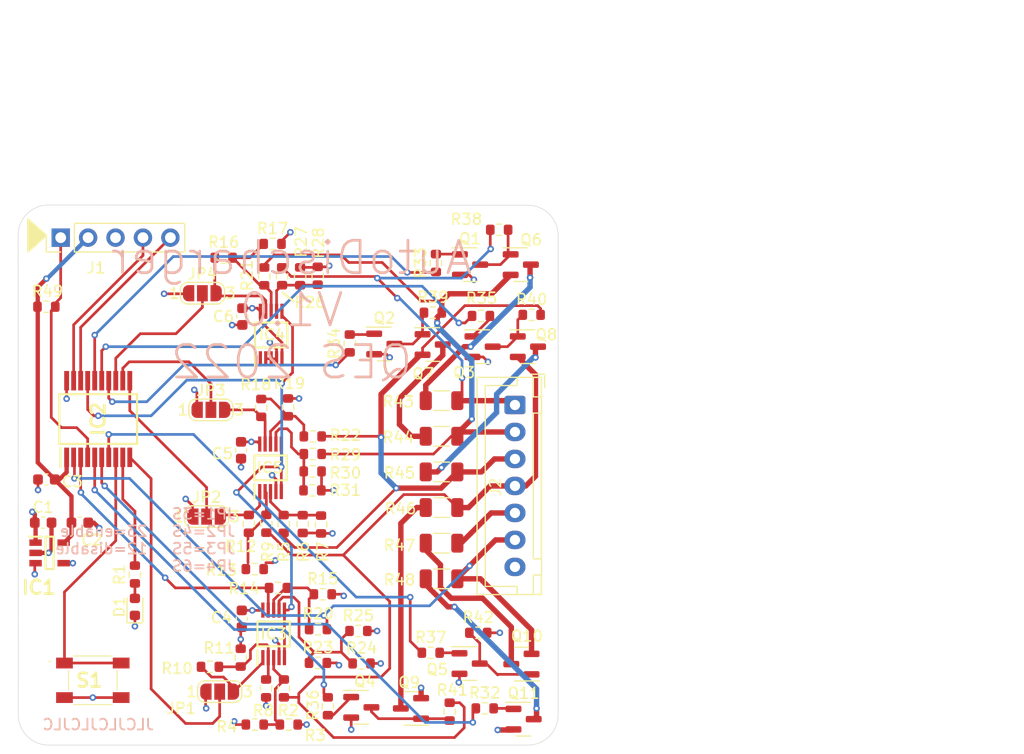
<source format=kicad_pcb>
(kicad_pcb (version 20211014) (generator pcbnew)
  (layers (0 "F.Cu" signal) (1 "In1.Cu" signal) (2 "In2.Cu" signal) (31 "B.Cu" signal) (36 "B.SilkS" user "B.Silkscreen") (37 "F.SilkS" user "F.Silkscreen") (38 "B.Mask" user) (39 "F.Mask" user) (44 "Edge.Cuts" user))
  (net 0 "")
  (net 1 "+8V")
  (net 2 "GND")
  (net 3 "+5V")
  (net 4 "Net-(D1-Pad2)")
  (net 5 "/Discharge Control/VC1")
  (net 6 "/Voltage Sense/V_SENSE2")
  (net 7 "VPP")
  (net 8 "/Discharge Control/C6")
  (net 9 "/Discharge Control/C5")
  (net 10 "/Discharge Control/C4")
  (net 11 "Net-(IC2-Pad8)")
  (net 12 "Net-(IC2-Pad9)")
  (net 13 "/Voltage Sense/V_SENSE3")
  (net 14 "/Voltage Sense/V_SENSE4")
  (net 15 "/Voltage Sense/V_SENSE5")
  (net 16 "/Voltage Sense/V_SENSE6")
  (net 17 "/Discharge Control/C3")
  (net 18 "/Discharge Control/C2")
  (net 19 "/Discharge Control/C1")
  (net 20 "/Voltage Sense/SHDN")
  (net 21 "Net-(IC2-Pad18)")
  (net 22 "Net-(IC2-Pad19)")
  (net 23 "Net-(IC3-Pad1)")
  (net 24 "Net-(IC3-Pad2)")
  (net 25 "Net-(IC3-Pad3)")
  (net 26 "Net-(IC3-Pad7)")
  (net 27 "Net-(IC3-Pad8)")
  (net 29 "Net-(IC4-Pad7)")
  (net 30 "Net-(IC4-Pad8)")
  (net 31 "Net-(IC4-Pad9)")
  (net 32 "Net-(IC5-Pad1)")
  (net 33 "Net-(IC5-Pad2)")
  (net 34 "Net-(IC5-Pad3)")
  (net 35 "Net-(IC5-Pad7)")
  (net 36 "Net-(IC5-Pad8)")
  (net 37 "Net-(IC5-Pad9)")
  (net 38 "/Discharge Control/VC6")
  (net 39 "/Discharge Control/VC5")
  (net 40 "/Discharge Control/VC4")
  (net 41 "/Discharge Control/VC3")
  (net 42 "Net-(Q1-Pad1)")
  (net 43 "Net-(Q1-Pad3)")
  (net 44 "Net-(Q2-Pad1)")
  (net 45 "Net-(Q2-Pad3)")
  (net 46 "Net-(Q3-Pad1)")
  (net 47 "Net-(Q3-Pad3)")
  (net 48 "Net-(Q4-Pad1)")
  (net 49 "Net-(Q4-Pad3)")
  (net 50 "Net-(Q5-Pad1)")
  (net 51 "Net-(Q10-Pad1)")
  (net 52 "Net-(Q6-Pad3)")
  (net 53 "Net-(Q7-Pad3)")
  (net 54 "Net-(Q8-Pad3)")
  (net 55 "Net-(Q9-Pad3)")
  (net 56 "Net-(Q10-Pad3)")
  (net 57 "Net-(Q11-Pad1)")
  (net 58 "Net-(Q11-Pad3)")
  (footprint "Package_TO_SOT_SMD:SOT-23" (layer "F.Cu") (at 154.2 99.1)
    (fp_text reference "Q8")
    (fp_text value "2N7002_HAMR")
  )
  (footprint "Jumper:SolderJumper-3_P1.3mm_Open_RoundedPad1.0x1.5mm_NumberLabels" (layer "F.Cu") (at 125.65 131.05)
    (fp_text reference "JP1")
    (fp_text value "SolderJumper_3_Open")
  )
  (footprint "Resistor_SMD:R_0603_1608Metric" (layer "F.Cu") (at 133.1 92.58 90)
    (fp_text reference "R27")
    (fp_text value "10M")
  )
  (footprint "Capacitor_SMD:C_0603_1608Metric" (layer "F.Cu") (at 127.7 124.3 -90)
    (fp_text reference "C4")
    (fp_text value "100nF")
  )
  (footprint "Package_TO_SOT_SMD:SOT-23" (layer "F.Cu") (at 140.8975 98.85)
    (fp_text reference "Q2")
    (fp_text value "2N7002_HAMR")
  )
  (footprint "Resistor_SMD:R_1206_3216Metric" (layer "F.Cu") (at 146.2 120.6)
    (fp_text reference "R48")
    (fp_text value "120R")
  )
  (footprint "Package_TO_SOT_SMD:SOT-23" (layer "F.Cu") (at 145.3775 98.9)
    (fp_text reference "Q7")
    (fp_text value "2N7002_HAMR")
  )
  (footprint "Resistor_SMD:R_0603_1608Metric" (layer "F.Cu") (at 133.34 115.53 -90)
    (fp_text reference "R6")
    (fp_text value "10M")
  )
  (footprint "Jumper:SolderJumper-3_P1.3mm_Open_RoundedPad1.0x1.5mm_NumberLabels" (layer "F.Cu") (at 124.44 114.84)
    (fp_text reference "JP2")
    (fp_text value "SolderJumper_3_Open")
  )
  (footprint "Resistor_SMD:R_0603_1608Metric" (layer "F.Cu") (at 131.43 92.58 90)
    (fp_text reference "R26")
    (fp_text value "10M")
  )
  (footprint "Resistor_SMD:R_0603_1608Metric" (layer "F.Cu") (at 117.8 120.2 90)
    (fp_text reference "R1")
    (fp_text value "1K")
  )
  (footprint "Resistor_SMD:R_0603_1608Metric" (layer "F.Cu") (at 134.76 125.27)
    (fp_text reference "R20")
    (fp_text value "10M")
  )
  (footprint "Resistor_SMD:R_0603_1608Metric" (layer "F.Cu") (at 145.68 91.35 90)
    (fp_text reference "R33")
    (fp_text value "1K")
  )
  (footprint "Resistor_SMD:R_0603_1608Metric" (layer "F.Cu") (at 128.9 134.1 180)
    (fp_text reference "R4")
    (fp_text value "1M")
  )
  (footprint "Resistor_SMD:R_0603_1608Metric" (layer "F.Cu") (at 146.95 132.9 90)
    (fp_text reference "R41")
    (fp_text value "10M")
  )
  (footprint "Resistor_SMD:R_0603_1608Metric" (layer "F.Cu") (at 149.85 96.25)
    (fp_text reference "R35")
    (fp_text value "1K")
  )
  (footprint "Capacitor_SMD:C_0603_1608Metric" (layer "F.Cu") (at 109.3 115.4)
    (fp_text reference "C1")
    (fp_text value "1 uF")
  )
  (footprint "Resistor_SMD:R_0603_1608Metric" (layer "F.Cu") (at 135.04 115.57 -90)
    (fp_text reference "R7")
    (fp_text value "1M")
  )
  (footprint "Resistor_SMD:R_0603_1608Metric" (layer "F.Cu") (at 128.35 115.51 -90)
    (fp_text reference "R12")
    (fp_text value "10M")
  )
  (footprint "Resistor_SMD:R_0603_1608Metric" (layer "F.Cu") (at 109.6 95.4)
    (fp_text reference "R49")
    (fp_text value "10K")
  )
  (footprint "Resistor_SMD:R_0603_1608Metric" (layer "F.Cu") (at 131.05 121.44)
    (fp_text reference "R14")
    (fp_text value "10M")
  )
  (footprint "Resistor_SMD:R_0603_1608Metric" (layer "F.Cu") (at 135.67 132.405 -90)
    (fp_text reference "R36")
    (fp_text value "1K")
  )
  (footprint "Resistor_SMD:R_0603_1608Metric" (layer "F.Cu") (at 138.5 125.43)
    (fp_text reference "R25")
    (fp_text value "1M")
  )
  (footprint "Resistor_SMD:R_1206_3216Metric" (layer "F.Cu") (at 146.2 107.4)
    (fp_text reference "R44")
    (fp_text value "120R")
  )
  (footprint "Resistor_SMD:R_0603_1608Metric" (layer "F.Cu") (at 129.95 130.75 -90)
    (fp_text reference "R8")
    (fp_text value "10M")
  )
  (footprint "Resistor_SMD:R_0603_1608Metric" (layer "F.Cu") (at 127.6 127.9 90)
    (fp_text reference "R11")
    (fp_text value "1M")
  )
  (footprint "Resistor_SMD:R_0603_1608Metric" (layer "F.Cu") (at 131.98 104.72 90)
    (fp_text reference "R19")
    (fp_text value "1M")
  )
  (footprint "Resistor_SMD:R_0603_1608Metric" (layer "F.Cu") (at 145.3975 95.95)
    (fp_text reference "R39")
    (fp_text value "10M")
  )
  (footprint "Package_TO_SOT_SMD:SOT-23" (layer "F.Cu") (at 150 99.1)
    (fp_text reference "Q3")
    (fp_text value "2N7002_HAMR")
  )
  (footprint "Resistor_SMD:R_1206_3216Metric" (layer "F.Cu") (at 146.2 114)
    (fp_text reference "R46")
    (fp_text value "120R")
  )
  (footprint "Resistor_SMD:R_0603_1608Metric" (layer "F.Cu") (at 134.27 109.04)
    (fp_text reference "R29")
    (fp_text value "10M")
  )
  (footprint "SamacSys_Parts:SOT95P285X140-5N" (layer "F.Cu") (at 109.9 118.2)
    (fp_text reference "IC1")
    (fp_text value "AP7375-50W5-7" hide)
  )
  (footprint "Resistor_SMD:R_0603_1608Metric" (layer "F.Cu") (at 151.54 88.27 180)
    (fp_text reference "R38")
    (fp_text value "10M")
  )
  (footprint "Resistor_SMD:R_0603_1608Metric" (layer "F.Cu") (at 128.9 119.7)
    (fp_text reference "R13")
    (fp_text value "1M")
  )
  (footprint "Resistor_SMD:R_0603_1608Metric" (layer "F.Cu") (at 131.58 115.52 -90)
    (fp_text reference "R5")
    (fp_text value "10M")
  )
  (footprint "Jumper:SolderJumper-3_P1.3mm_Open_RoundedPad1.0x1.5mm_NumberLabels" (layer "F.Cu") (at 124.84 104.95)
    (fp_text reference "JP3")
    (fp_text value "SolderJumper_3_Open")
  )
  (footprint "Jumper:SolderJumper-3_P1.3mm_Open_RoundedPad1.0x1.5mm_NumberLabels" (layer "F.Cu") (at 124.05 94.15)
    (fp_text reference "JP4")
    (fp_text value "SolderJumper_3_Open")
  )
  (footprint "SamacSys_Parts:SOP50P490X110-10N" (layer "F.Cu") (at 130.65 125.7 90)
    (fp_text reference "IC3")
    (fp_text value "TLV9102SIDGSR" hide)
  )
  (footprint "Package_TO_SOT_SMD:SOT-23" (layer "F.Cu") (at 148.8 128.45)
    (fp_text reference "Q5")
    (fp_text value "2N7002_HAMR")
  )
  (footprint "SamacSys_Parts:SOP50P490X110-10N" (layer "F.Cu") (at 130.42 98.02 90)
    (fp_text reference "IC4")
    (fp_text value "TLV9102SIDGSR" hide)
  )
  (footprint "Resistor_SMD:R_0603_1608Metric" (layer "F.Cu") (at 135.2 122.03)
    (fp_text reference "R15")
    (fp_text value "1M")
  )
  (footprint "Resistor_SMD:R_0603_1608Metric" (layer "F.Cu") (at 129.97 115.5 -90)
    (fp_text reference "R9")
    (fp_text value "10M")
  )
  (footprint "Resistor_SMD:R_1206_3216Metric" (layer "F.Cu") (at 146.2 110.7)
    (fp_text reference "R45")
    (fp_text value "120R")
  )
  (footprint "Capacitor_SMD:C_0603_1608Metric" (layer "F.Cu") (at 127.63 108.69 -90)
    (fp_text reference "C5")
    (fp_text value "100nF")
  )
  (footprint "Capacitor_SMD:C_0603_1608Metric" (layer "F.Cu") (at 109.6 111.4 180)
    (fp_text reference "C3")
    (fp_text value "100nF")
  )
  (footprint "Package_TO_SOT_SMD:SOT-23" (layer "F.Cu") (at 153.8 133.6)
    (fp_text reference "Q11")
    (fp_text value "2N7002_HAMR")
  )
  (footprint "Package_TO_SOT_SMD:SOT-23" (layer "F.Cu") (at 138.77 132.505)
    (fp_text reference "Q4")
    (fp_text value "2N7002_HAMR")
  )
  (footprint "Resistor_SMD:R_0603_1608Metric" (layer "F.Cu") (at 154.55 96.15)
    (fp_text reference "R40")
    (fp_text value "10M")
  )
  (footprint "Resistor_SMD:R_0603_1608Metric" (layer "F.Cu") (at 134.26 110.65)
    (fp_text reference "R30")
    (fp_text value "10M")
  )
  (footprint "Capacitor_SMD:C_0603_1608Metric" (layer "F.Cu") (at 112.7 115.4)
    (fp_text reference "C2")
    (fp_text value "10 uF")
  )
  (footprint "Connector_PinHeader_2.54mm:PinHeader_1x05_P2.54mm_Vertical" (layer "F.Cu") (at 110.925 89 90)
    (fp_text reference "J1")
    (fp_text value "ICSP")
  )
  (footprint "Resistor_SMD:R_0603_1608Metric" (layer "F.Cu") (at 129.5 104.77 90)
    (fp_text reference "R18")
    (fp_text value "10M")
  )
  (footprint "Resistor_SMD:R_0603_1608Metric" (layer "F.Cu") (at 145.2 127.45)
    (fp_text reference "R37")
    (fp_text value "1K")
  )
  (footprint "Resistor_SMD:R_0603_1608Metric" (layer "F.Cu") (at 129.78 92.59 90)
    (fp_text reference "R21")
    (fp_text value "10M")
  )
  (footprint "Resistor_SMD:R_1206_3216Metric" (layer "F.Cu") (at 146.2 104.1)
    (fp_text reference "R43")
    (fp_text value "120R")
  )
  (footprint "Resistor_SMD:R_0603_1608Metric" (layer "F.Cu") (at 134.75 128.39)
    (fp_text reference "R23")
    (fp_text value "10M")
  )
  (footprint "Resistor_SMD:R_0603_1608Metric" (layer "F.Cu") (at 130.55 89.58)
    (fp_text reference "R17")
    (fp_text value "1M")
  )
  (footprint "Resistor_SMD:R_0603_1608Metric" (layer "F.Cu") (at 131.6 130.75 -90)
    (fp_text reference "R2")
    (fp_text value "10M")
  )
  (footprint "Package_TO_SOT_SMD:SOT-23" (layer "F.Cu") (at 143.37 132.605 180)
    (fp_text reference "Q9")
    (fp_text value "2N7002_HAMR")
  )
  (footprint "Package_TO_SOT_SMD:SOT-23" (layer "F.Cu") (at 153.6 128.5 180)
    (fp_text reference "Q10")
    (fp_text value "2N7002_HAMR")
  )
  (footprint "Package_TO_SOT_SMD:SOT-23" (layer "F.Cu") (at 148.84 91.5)
    (fp_text reference "Q1")
    (fp_text value "2N7002_HAMR")
  )
  (footprint "Resistor_SMD:R_0603_1608Metric" (layer "F.Cu") (at 126.02 90.86)
    (fp_text reference "R16")
    (fp_text value "10M")
  )
  (footprint "Resistor_SMD:R_1206_3216Metric" (layer "F.Cu") (at 146.2 117.3)
    (fp_text reference "R47")
    (fp_text value "120R")
  )
  (footprint "SamacSys_Parts:SOP65P780X200-20N" (layer "F.Cu") (at 114.4 105.8 90)
    (fp_text reference "IC2")
    (fp_text value "PIC18F15Q40-I_SS" hide)
  )
  (footprint "Resistor_SMD:R_0603_1608Metric" (layer "F.Cu") (at 132.05 134.1)
    (fp_text reference "R3")
    (fp_text value "10M")
  )
  (footprint "Resistor_SMD:R_0603_1608Metric" (layer "F.Cu") (at 134.73 92.53 90)
    (fp_text reference "R28")
    (fp_text value "1M")
  )
  (footprint "Resistor_SMD:R_0603_1608Metric" (layer "F.Cu") (at 149.6 125.6)
    (fp_text reference "R42")
    (fp_text value "10M")
  )
  (footprint "Capacitor_SMD:C_0603_1608Metric" (layer "F.Cu") (at 127.75 96.31 -90)
    (fp_text reference "C6")
    (fp_text value "100nF")
  )
  (footprint "Resistor_SMD:R_0603_1608Metric" (layer "F.Cu") (at 134.24 112.41)
    (fp_text reference "R31")
    (fp_text value "1M")
  )
  (footprint "Resistor_SMD:R_0603_1608Metric" (layer "F.Cu") (at 138.79 128.44)
    (fp_text reference "R24")
    (fp_text value "10M")
  )
  (footprint "Connector_JST:JST_XH_B7B-XH-A_1x07_P2.50mm_Vertical" (layer "F.Cu") (at 153 104.5 -90)
    (fp_text reference "J2")
    (fp_text value "Balance Lead")
  )
  (footprint "SamacSys_Parts:SOP50P490X110-10N" (layer "F.Cu") (at 130.36 110.32 90)
    (fp_text reference "IC5")
    (fp_text value "TLV9102SIDGSR" hide)
  )
  (footprint "Resistor_SMD:R_0603_1608Metric" (layer "F.Cu") (at 124.75 128.75)
    (fp_text reference "R10")
    (fp_text value "10M")
  )
  (footprint "Resistor_SMD:R_0603_1608Metric" (layer "F.Cu") (at 150.2 132.6)
    (fp_text reference "R32")
    (fp_text value "1K")
  )
  (footprint "Resistor_SMD:R_0603_1608Metric" (layer "F.Cu") (at 134.27 107.41)
    (fp_text reference "R22")
    (fp_text value "10M")
  )
  (footprint "Resistor_SMD:R_0603_1608Metric" (layer "F.Cu") (at 137.6975 98.8 90)
    (fp_text reference "R34")
    (fp_text value "1K")
  )
  (footprint "Package_TO_SOT_SMD:SOT-23" (layer "F.Cu") (at 153.54 91.5)
    (fp_text reference "Q6")
    (fp_text value "2N7002_HAMR")
  )
  (footprint "LED_SMD:LED_0603_1608Metric" (layer "F.Cu") (at 117.8 123.2 90)
    (fp_text reference "D1")
    (fp_text value "LED")
  )
  (footprint "SamacSys_Parts:PTS647SK38SMTR2LFS" (layer "F.Cu") (at 113.9 130)
    (fp_text reference "S1")
    (fp_text value "PTS647SK38SMTR2LFS" hide)
  )
  (gr_poly (pts (xy 109.6 88.8) (xy 107.9 90.3) (xy 107.9 87.3)) (layer "F.SilkS") (width 0.16) (fill solid))
  (gr_line (start 131.5 94.1) (end 132.5 94.9) (layer "F.SilkS") (width 0.2))
  (gr_line (start 154.2 86) (end 109.779899 85.979899) (layer "Edge.Cuts") (width 0.05))
  (gr_line (start 106.979899 88.779899) (end 107 133.2) (layer "Edge.Cuts") (width 0.05))
  (gr_arc (start 154.2 86) (mid 156.179899 86.820101) (end 157 88.8) (layer "Edge.Cuts") (width 0.05))
  (gr_arc (start 106.979899 88.779899) (mid 107.8 86.8) (end 109.779899 85.979899) (layer "Edge.Cuts") (width 0.05))
  (gr_line (start 157 133.2) (end 157 88.8) (layer "Edge.Cuts") (width 0.05))
  (gr_line (start 109.8 136) (end 154.2 136) (layer "Edge.Cuts") (width 0.05))
  (gr_arc (start 157 133.2) (mid 156.179899 135.179899) (end 154.2 136) (layer "Edge.Cuts") (width 0.05))
  (gr_arc (start 109.8 136) (mid 107.820101 135.179899) (end 107 133.2) (layer "Edge.Cuts") (width 0.05))
  (gr_text "JP1=3S\nJP2=4S   23=enable\nJP3=5S   12=disable \nJP4=6S" (at 127.2 117) (layer "B.SilkS") (effects (font (size 1 1) (thickness 0.16)) (justify left mirror)))
  (gr_text "AutoDischarger\nV1.0\nQES 2022" (at 132.3 95.7) (layer "B.SilkS") (effects (font (size 3 3) (thickness 0.25)) (justify mirror)))
  (gr_text "JLCJLCJLCJLC" (at 114.4 134.1) (layer "B.SilkS") (effects (font (size 1 1) (thickness 0.16)) (justify mirror)))
  (segment (start 128.585 107.915) (end 129.155 107.915) (width 0.25) (layer "F.Cu") (net 1))
  (segment (start 127.63 107.915) (end 128.585 107.915) (width 0.25) (layer "F.Cu") (net 1))
  (segment (start 108.525 114.625) (end 108.3 114.4) (width 0.4) (layer "F.Cu") (net 1))
  (segment (start 129.155 107.915) (end 129.36 108.12) (width 0.25) (layer "F.Cu") (net 1))
  (segment (start 108.6 115.475) (end 108.525 115.4) (width 0.25) (layer "F.Cu") (net 1))
  (segment (start 144.3075 131.655) (end 144.3075 130.6925) (width 0.5) (layer "F.Cu") (net 1))
  (segment (start 136.49 128.39) (end 136.7 128.6) (width 0.25) (layer "F.Cu") (net 1))
  (segment (start 148 117.3) (end 150.8 114.5) (width 0.5) (layer "F.Cu") (net 1))
  (segment (start 128.665 95.535) (end 129.135 95.535) (width 0.25) (layer "F.Cu") (net 1))
  (segment (start 108.525 115.4) (end 108.525 114.625) (width 0.4) (layer "F.Cu") (net 1))
  (segment (start 131.42 98.72) (end 129.42 96.72) (width 0.25) (layer "F.Cu") (net 1))
  (segment (start 128.675 123.525) (end 129.625 123.525) (width 0.25) (layer "F.Cu") (net 1))
  (segment (start 127.75 95.535) (end 128.665 95.535) (width 0.25) (layer "F.Cu") (net 1))
  (segment (start 150.8 114.5) (end 153 114.5) (width 0.5) (layer "F.Cu") (net 1))
  (segment (start 129.135 95.535) (end 129.42 95.82) (width 0.25) (layer "F.Cu") (net 1))
  (segment (start 129.42 96.72) (end 129.42 95.82) (width 0.25) (layer "F.Cu") (net 1))
  (segment (start 131.42 100.22) (end 131.42 98.72) (width 0.25) (layer "F.Cu") (net 1))
  (segment (start 127.7 123.525) (end 128.675 123.525) (width 0.25) (layer "F.Cu") (net 1))
  (segment (start 108.525 120.175) (end 108.525 119.225) (width 0.25) (layer "F.Cu") (net 1))
  (segment (start 147.6625 117.3) (end 148 117.3) (width 0.5) (layer "F.Cu") (net 1))
  (segment (start 150.425 125.6) (end 151.6 125.6) (width 0.25) (layer "F.Cu") (net 1))
  (segment (start 135.575 128.39) (end 136.49 128.39) (width 0.25) (layer "F.Cu") (net 1))
  (segment (start 129.95 131.575) (end 129.95 132.35) (width 0.25) (layer "F.Cu") (net 1))
  (segment (start 108.525 119.225) (end 108.6 119.15) (width 0.25) (layer "F.Cu") (net 1))
  (segment (start 108.6 117.25) (end 108.6 115.475) (width 0.4) (layer "F.Cu") (net 1))
  (via (at 128.675 123.525) (size 0.6) (drill 0.3) (layers "F.Cu" "B.Cu") (net 1))
  (via (at 128.585 107.915) (size 0.6) (drill 0.3) (layers "F.Cu" "B.Cu") (net 1))
  (via (at 128.665 95.535) (size 0.6) (drill 0.3) (layers "F.Cu" "B.Cu") (net 1))
  (via (at 151.6 125.6) (size 0.6) (drill 0.3) (layers "F.Cu" "B.Cu") (net 1))
  (via (at 136.7 128.6) (size 0.6) (drill 0.3) (layers "F.Cu" "B.Cu") (net 1))
  (via (at 108.3 114.4) (size 0.6) (drill 0.3) (layers "F.Cu" "B.Cu") (net 1))
  (via (at 108.525 120.175) (size 0.6) (drill 0.3) (layers "F.Cu" "B.Cu") (net 1))
  (via (at 129.95 132.35) (size 0.6) (drill 0.3) (layers "F.Cu" "B.Cu") (net 1))
  (via (at 144.3075 130.6925) (size 0.6) (drill 0.3) (layers "F.Cu" "B.Cu") (net 1))
  (segment (start 111.2 119.15) (end 112.05 119.15) (width 0.4) (layer "F.Cu") (net 2))
  (segment (start 110.075 117.925) (end 109.8 118.2) (width 0.4) (layer "F.Cu") (net 2))
  (segment (start 135.6995 91.705) (end 135.8 91.6045) (width 0.25) (layer "F.Cu") (net 2))
  (segment (start 127 134) (end 127 133.8) (width 0.25) (layer "F.Cu") (net 2))
  (segment (start 133.34 116.355) (end 135 116.355) (width 0.25) (layer "F.Cu") (net 2))
  (segment (start 110.075 115.4) (end 110.075 117.925) (width 0.4) (layer "F.Cu") (net 2))
  (segment (start 130.92 100.22) (end 130.92 99.337508) (width 0.25) (layer "F.Cu") (net 2))
  (segment (start 139.96 99.8) (end 141.1 99.8) (width 0.25) (layer "F.Cu") (net 2))
  (segment (start 117.8 123.9875) (end 117.8 125) (width 0.25) (layer "F.Cu") (net 2))
  (segment (start 129.925 119.11) (end 130.59 119.11) (width 0.25) (layer "F.Cu") (net 2))
  (segment (start 139.615 128.44) (end 140.56 128.44) (width 0.25) (layer "F.Cu") (net 2))
  (segment (start 131.15 127.9) (end 131.15 126.65) (width 0.25) (layer "F.Cu") (net 2))
  (segment (start 116.525 131.6) (end 113.9 131.6) (width 0.25) (layer "F.Cu") (net 2))
  (segment (start 127.6 126.2) (end 127.6 125.175) (width 0.25) (layer "F.Cu") (net 2))
  (segment (start 132.995 103.895) (end 133 103.9) (width 0.25) (layer "F.Cu") (net 2))
  (segment (start 134.73 91.705) (end 135.6995 91.705) (width 0.25) (layer "F.Cu") (net 2))
  (segment (start 113.475 115.4) (end 114 115.4) (width 0.4) (layer "F.Cu") (net 2))
  (segment (start 123.14 113.84) (end 122.5 113.2) (width 0.25) (layer "F.Cu") (net 2))
  (segment (start 129.92 100.22) (end 130.92 100.22) (width 0.25) (layer "F.Cu") (net 2))
  (segment (start 127.6 127.075) (end 127.6 126.2) (width 0.25) (layer "F.Cu") (net 2))
  (segment (start 136.988244 122.03) (end 137.139751 122.181507) (width 0.25) (layer "F.Cu") (net 2))
  (segment (start 150.05 100.05) (end 150.5 100.5) (width 0.25) (layer "F.Cu") (net 2))
  (segment (start 135.085 110.65) (end 135.085 112.39) (width 0.25) (layer "F.Cu") (net 2))
  (segment (start 114 115.4) (end 114.5 115.9) (width 0.4) (layer "F.Cu") (net 2))
  (segment (start 122.7 94.2) (end 120.5 94.2) (width 0.25) (layer "F.Cu") (net 2))
  (segment (start 151.4 134.6) (end 152.8125 134.6) (width 0.5) (layer "F.Cu") (net 2))
  (segment (start 139.325 125.43) (end 140.23 125.43) (width 0.25) (layer "F.Cu") (net 2))
  (segment (start 130.86 112.52) (end 130.86 111.36) (width 0.25) (layer "F.Cu") (net 2))
  (segment (start 131.98 103.895) (end 132.995 103.895) (width 0.25) (layer "F.Cu") (net 2))
  (segment (start 131.15 126.65) (end 130.8 126.3) (width 0.25) (layer "F.Cu") (net 2))
  (segment (start 147.8625 129.4) (end 147.8625 130.1375) (width 0.25) (layer "F.Cu") (net 2))
  (segment (start 141.1 99.8) (end 141.4 100.1) (width 0.25) (layer "F.Cu") (net 2))
  (segment (start 124.35 132.55) (end 124.4 132.6) (width 0.25) (layer "F.Cu") (net 2))
  (segment (start 128.075 134.1) (end 127.1 134.1) (width 0.25) (layer "F.Cu") (net 2))
  (segment (start 127.75 97.085) (end 126.815 97.085) (width 0.25) (layer "F.Cu") (net 2))
  (segment (start 108.6 118.2) (end 109.8 118.2) (width 0.4) (layer "F.Cu") (net 2))
  (segment (start 130.86 111.36) (end 130.5 111) (width 0.25) (layer "F.Cu") (net 2))
  (segment (start 130.59 119.11) (end 130.8 118.9) (width 0.25) (layer "F.Cu") (net 2))
  (segment (start 148.75 92.45) (end 149.2 92.9) (width 0.25) (layer "F.Cu") (net 2))
  (segment (start 123.54 104.95) (end 123.54 103.34) (width 0.25) (layer "F.Cu") (net 2))
  (segment (start 123.14 114.84) (end 123.14 113.84) (width 0.25) (layer "F.Cu") (net 2))
  (segment (start 132.875 134.1) (end 133.7 134.1) (width 0.25) (layer "F.Cu") (net 2))
  (segment (start 133.1 91.755) (end 134.68 91.755) (width 0.25) (layer "F.Cu") (net 2))
  (segment (start 130.92 99.337508) (end 130.3 98.717508) (width 0.25) (layer "F.Cu") (net 2))
  (segment (start 136.025 122.03) (end 136.988244 122.03) (width 0.25) (layer "F.Cu") (net 2))
  (segment (start 135.04 116.395) (end 136.095 116.395) (width 0.25) (layer "F.Cu") (net 2))
  (segment (start 147.8625 130.1375) (end 147.8 130.2) (width 0.25) (layer "F.Cu") (net 2))
  (segment (start 124.35 131.05) (end 124.35 132.55) (width 0.25) (layer "F.Cu") (net 2))
  (segment (start 149.0625 100.05) (end 150.05 100.05) (width 0.25) (layer "F.Cu") (net 2))
  (segment (start 127.1 134.1) (end 127 134) (width 0.25) (layer "F.Cu") (net 2))
  (segment (start 137.8325 133.455) (end 137.8325 134.5675) (width 0.25) (layer "F.Cu") (net 2))
  (segment (start 113.9 131.6) (end 111.275 131.6) (width 0.25) (layer "F.Cu") (net 2))
  (segment (start 135.065 112.41) (end 136.19 112.41) (width 0.25) (layer "F.Cu") (net 2))
  (segment (start 108.825 111.4) (end 108.825 112.375) (width 0.25) (layer "F.Cu") (net 2))
  (segment (start 123.54 103.34) (end 123.3 103.1) (width 0.25) (layer "F.Cu") (net 2))
  (segment (start 111.475 102.25) (end 111.475 103.925) (width 0.25) (layer "F.Cu") (net 2))
  (segment (start 147.9025 92.45) (end 148.75 92.45) (width 0.25) (layer "F.Cu") (net 2))
  (segment (start 136.19 112.41) (end 136.2 112.4) (width 0.25) (layer "F.Cu") (net 2))
  (segment (start 126.815 97.085) (end 126.8 97.1) (width 0.25) (layer "F.Cu") (net 2))
  (segment (start 131.375 89.325) (end 132.2 88.5) (width 0.25) (layer "F.Cu") (net 2))
  (segment (start 127.63 109.465) (end 127.63 110.27) (width 0.25) (layer "F.Cu") (net 2))
  (via (at 130.8 126.3) (size 0.6) (drill 0.3) (layers "F.Cu" "B.Cu") (net 2))
  (via (at 132.2 88.5) (size 0.6) (drill 0.3) (layers "F.Cu" "B.Cu") (net 2))
  (via (at 140.56 128.44) (size 0.6) (drill 0.3) (layers "F.Cu" "B.Cu") (net 2))
  (via (at 137.8325 134.5675) (size 0.6) (drill 0.3) (layers "F.Cu" "B.Cu") (net 2))
  (via (at 123.3 103.1) (size 0.6) (drill 0.3) (layers "F.Cu" "B.Cu") (net 2))
  (via (at 127 133.8) (size 0.6) (drill 0.3) (layers "F.Cu" "B.Cu") (net 2))
  (via (at 124.4 132.6) (size 0.6) (drill 0.3) (layers "F.Cu" "B.Cu") (net 2))
  (via (at 109.8 118.2) (size 0.6) (drill 0.3) (layers "F.Cu" "B.Cu") (net 2))
  (via (at 108.825 112.375) (size 0.6) (drill 0.3) (layers "F.Cu" "B.Cu") (net 2))
  (via (at 130.8 118.9) (size 0.6) (drill 0.3) (layers "F.Cu" "B.Cu") (net 2))
  (via (at 122.5 113.2) (size 0.6) (drill 0.3) (layers "F.Cu" "B.Cu") (net 2))
  (via (at 140.23 125.43) (size 0.6) (drill 0.3) (layers "F.Cu" "B.Cu") (net 2))
  (via (at 133 103.9) (size 0.6) (drill 0.3) (layers "F.Cu" "B.Cu") (net 2))
  (via (at 127.6 126.2) (size 0.6) (drill 0.3) (layers "F.Cu" "B.Cu") (net 2))
  (via (at 141.4 100.1) (size 0.6) (drill 0.3) (layers "F.Cu" "B.Cu") (net 2))
  (via (at 151.4 134.6) (size 0.6) (drill 0.3) (layers "F.Cu" "B.Cu") (net 2))
  (via (at 135.8 91.6045) (size 0.6) (drill 0.3) (layers "F.Cu" "B.Cu") (net 2))
  (via (at 133.7 134.1) (size 0.6) (drill 0.3) (layers "F.Cu" "B.Cu") (net 2))
  (via (at 150.5 100.5) (size 0.6) (drill 0.3) (layers "F.Cu" "B.Cu") (net 2))
  (via (at 111.475 103.925) (size 0.6) (drill 0.3) (layers "F.Cu" "B.Cu") (net 2))
  (via (at 113.9 131.6) (size 0.6) (drill 0.3) (layers "F.Cu" "B.Cu") (net 2))
  (via (at 130.3 98.717508) (size 0.6) (drill 0.3) (layers "F.Cu" "B.Cu") (net 2))
  (via (at 130.5 111) (size 0.6) (drill 0.3) (layers "F.Cu" "B.Cu") (net 2))
  (via (at 117.8 125) (size 0.6) (drill 0.3) (layers "F.Cu" "B.Cu") (net 2))
  (via (at 120.5 94.2) (size 0.6) (drill 0.3) (layers "F.Cu" "B.Cu") (net 2))
  (via (at 136.095 116.395) (size 0.6) (drill 0.3) (layers "F.Cu" "B.Cu") (net 2))
  (via (at 127.63 110.27) (size 0.6) (drill 0.3) (layers "F.Cu" "B.Cu") (net 2))
  (via (at 137.139751 122.181507) (size 0.6) (drill 0.3) (layers "F.Cu" "B.Cu") (net 2))
  (via (at 149.2 92.9) (size 0.6) (drill 0.3) (layers "F.Cu" "B.Cu") (net 2))
  (via (at 126.8 97.1) (size 0.6) (drill 0.3) (layers "F.Cu" "B.Cu") (net 2))
  (via (at 112.05 119.15) (size 0.6) (drill 0.3) (layers "F.Cu" "B.Cu") (net 2))
  (via (at 136.2 112.4) (size 0.6) (drill 0.3) (layers "F.Cu" "B.Cu") (net 2))
  (via (at 114.5 115.9) (size 0.6) (drill 0.3) (layers "F.Cu" "B.Cu") (net 2))
  (via (at 147.8 130.2) (size 0.6) (drill 0.3) (layers "F.Cu" "B.Cu") (net 2))
  (segment (start 110.375 111.4) (end 110.8 111.4) (width 0.4) (layer "F.Cu") (net 3))
  (segment (start 111.925 116.575) (end 111.925 115.4) (width 0.4) (layer "F.Cu") (net 3))
  (segment (start 111.2 117.25) (end 111.25 117.25) (width 0.4) (layer "F.Cu") (net 3))
  (segment (start 111.925 115.4) (end 111.925 112.95) (width 0.4) (layer "F.Cu") (net 3))
  (segment (start 108.8 109.825) (end 108.8 93.6) (width 0.4) (layer "F.Cu") (net 3))
  (segment (start 111.925 112.95) (end 110.375 111.4) (width 0.4) (layer "F.Cu") (net 3))
  (segment (start 111.25 117.25) (end 111.925 116.575) (width 0.4) (layer "F.Cu") (net 3))
  (segment (start 111.475 110.725) (end 111.475 109.35) (width 0.4) (layer "F.Cu") (net 3))
  (segment (start 110.375 111.4) (end 108.8 109.825) (width 0.4) (layer "F.Cu") (net 3))
  (segment (start 110.8 111.4) (end 111.475 110.725) (width 0.4) (layer "F.Cu") (net 3))
  (segment (start 108.8 93.6) (end 109.6 92.8) (width 0.4) (layer "F.Cu") (net 3))
  (via (at 109.6 92.8) (size 0.6) (drill 0.3) (layers "F.Cu" "B.Cu") (net 3))
  (segment (start 109.665 92.8) (end 109.6 92.8) (width 0.4) (layer "B.Cu") (net 3))
  (segment (start 113.465 89) (end 109.665 92.8) (width 0.4) (layer "B.Cu") (net 3))
  (segment (start 117.8 122.4125) (end 117.8 121.025) (width 0.25) (layer "F.Cu") (net 4))
  (segment (start 135.585 124.285) (end 135.3 124) (width 0.25) (layer "F.Cu") (net 5))
  (segment (start 147.6625 120.5375) (end 148.8 119.4) (width 0.5) (layer "F.Cu") (net 5))
  (segment (start 151.2 117) (end 153 117) (width 0.5) (layer "F.Cu") (net 5))
  (segment (start 147.6625 120.6) (end 149.8 120.6) (width 0.5) (layer "F.Cu") (net 5))
  (segment (start 148.8 119.4) (end 151.2 117) (width 0.5) (layer "F.Cu") (net 5))
  (segment (start 135.585 125.27) (end 135.585 124.285) (width 0.25) (layer "F.Cu") (net 5))
  (segment (start 149.8 120.6) (end 154.5375 125.3375) (width 0.5) (layer "F.Cu") (net 5))
  (segment (start 112.2 111.3) (end 112.2 109.425) (width 0.25) (layer "F.Cu") (net 5))
  (segment (start 154.5375 125.3375) (end 154.5375 127.55) (width 0.5) (layer "F.Cu") (net 5))
  (via (at 148.8 119.4) (size 0.6) (drill 0.3) (layers "F.Cu" "B.Cu") (net 5))
  (via (at 112.2 111.3) (size 0.6) (drill 0.3) (layers "F.Cu" "B.Cu") (net 5))
  (via (at 135.3 124) (size 0.6) (drill 0.3) (layers "F.Cu" "B.Cu") (net 5))
  (segment (start 135.3 124) (end 136.2 123.1) (width 0.25) (layer "B.Cu") (net 5))
  (segment (start 117.3 111.3) (end 112.2 111.3) (width 0.25) (layer "B.Cu") (net 5))
  (segment (start 145.1 123.1) (end 148.8 119.4) (width 0.25) (layer "B.Cu") (net 5))
  (segment (start 135.3 124) (end 130 124) (width 0.25) (layer "B.Cu") (net 5))
  (segment (start 136.2 123.1) (end 145.1 123.1) (width 0.25) (layer "B.Cu") (net 5))
  (segment (start 117.3 111.3) (end 130 124) (width 0.25) (layer "B.Cu") (net 5))
  (segment (start 121.54 121.44) (end 130.225 121.44) (width 0.25) (layer "F.Cu") (net 6))
  (segment (start 112.8 112.6) (end 112.775 112.575) (width 0.25) (layer "F.Cu") (net 6))
  (segment (start 112.775 112.575) (end 112.775 109.35) (width 0.25) (layer "F.Cu") (net 6))
  (segment (start 121.54 121.44) (end 120.6 120.5) (width 0.25) (layer "F.Cu") (net 6))
  (segment (start 130.15 123.5) (end 130.15 121.515) (width 0.25) (layer "F.Cu") (net 6))
  (via (at 120.6 120.5) (size 0.6) (drill 0.3) (layers "F.Cu" "B.Cu") (net 6))
  (via (at 112.8 112.6) (size 0.6) (drill 0.3) (layers "F.Cu" "B.Cu") (net 6))
  (segment (start 112.8 112.7) (end 112.8 112.6) (width 0.25) (layer "B.Cu") (net 6))
  (segment (start 120.6 120.5) (end 112.8 112.7) (width 0.25) (layer "B.Cu") (net 6))
  (segment (start 110.425 95.4) (end 110.425 95.075) (width 0.25) (layer "F.Cu") (net 7))
  (segment (start 110.05 95.775) (end 110.425 95.4) (width 0.25) (layer "F.Cu") (net 7))
  (segment (start 110.925 94.575) (end 110.925 89) (width 0.25) (layer "F.Cu") (net 7))
  (segment (start 110.425 95.075) (end 110.925 94.575) (width 0.25) (layer "F.Cu") (net 7))
  (segment (start 110.05 105.65) (end 111 106.6) (width 0.25) (layer "F.Cu") (net 7))
  (segment (start 111 106.6) (end 112.4 106.6) (width 0.25) (layer "F.Cu") (net 7))
  (segment (start 113.425 107.625) (end 113.425 109.35) (width 0.25) (layer "F.Cu") (net 7))
  (segment (start 110.05 105.65) (end 110.05 95.775) (width 0.25) (layer "F.Cu") (net 7))
  (segment (start 112.4 106.6) (end 113.425 107.625) (width 0.25) (layer "F.Cu") (net 7))
  (segment (start 145.6295 92.2255) (end 143.020799 92.2255) (width 0.25) (layer "F.Cu") (net 8))
  (segment (start 114.075 102.25) (end 114.075 98.025) (width 0.25) (layer "F.Cu") (net 8))
  (via (at 114.075 98.025) (size 0.6) (drill 0.3) (layers "F.Cu" "B.Cu") (net 8))
  (via (at 143.020799 92.2255) (size 0.6) (drill 0.3) (layers "F.Cu" "B.Cu") (net 8))
  (segment (start 141.545298 90.75) (end 143.020799 92.2255) (width 0.25) (layer "B.Cu") (net 8))
  (segment (start 114.075 98.025) (end 121.35 90.75) (width 0.25) (layer "B.Cu") (net 8))
  (segment (start 121.35 90.75) (end 141.545298 90.75) (width 0.25) (layer "B.Cu") (net 8))
  (segment (start 115.375 102.25) (end 115.375 103.875) (width 0.25) (layer "F.Cu") (net 9))
  (segment (start 115.375 103.875) (end 115.7 104.2) (width 0.25) (layer "F.Cu") (net 9))
  (segment (start 136.5225 100.8) (end 137.6975 99.625) (width 0.25) (layer "F.Cu") (net 9))
  (segment (start 136.4 100.8) (end 136.5225 100.8) (width 0.25) (layer "F.Cu") (net 9))
  (via (at 136.4 100.8) (size 0.6) (drill 0.3) (layers "F.Cu" "B.Cu") (net 9))
  (via (at 115.7 104.2) (size 0.6) (drill 0.3) (layers "F.Cu" "B.Cu") (net 9))
  (segment (start 115.7 104.2) (end 118.9 104.2) (width 0.25) (layer "B.Cu") (net 9))
  (segment (start 118.9 104.2) (end 122.3 100.8) (width 0.25) (layer "B.Cu") (net 9))
  (segment (start 122.3 100.8) (end 136.4 100.8) (width 0.25) (layer "B.Cu") (net 9))
  (segment (start 114.725 99.475) (end 115.1 99.1) (width 0.25) (layer "F.Cu") (net 10))
  (segment (start 114.725 102.25) (end 114.725 99.475) (width 0.25) (layer "F.Cu") (net 10))
  (segment (start 148.375 96.9) (end 149.025 96.25) (width 0.25) (layer "F.Cu") (net 10))
  (segment (start 147.8 96.9) (end 148.375 96.9) (width 0.25) (layer "F.Cu") (net 10))
  (via (at 147.8 96.9) (size 0.6) (drill 0.3) (layers "F.Cu" "B.Cu") (net 10))
  (via (at 115.1 99.1) (size 0.6) (drill 0.3) (layers "F.Cu" "B.Cu") (net 10))
  (segment (start 144.4 93.5) (end 147.8 96.9) (width 0.25) (layer "B.Cu") (net 10))
  (segment (start 115.1 99.1) (end 127.8 99.1) (width 0.25) (layer "B.Cu") (net 10))
  (segment (start 133.4 93.5) (end 144.4 93.5) (width 0.25) (layer "B.Cu") (net 10))
  (segment (start 127.8 99.1) (end 133.4 93.5) (width 0.25) (layer "B.Cu") (net 10))
  (segment (start 116.025 117.075) (end 116.025 109.35) (width 0.25) (layer "F.Cu") (net 11))
  (segment (start 111.275 128.4) (end 111.275 121.825) (width 0.25) (layer "F.Cu") (net 11))
  (segment (start 116.525 128.4) (end 111.275 128.4) (width 0.25) (layer "F.Cu") (net 11))
  (segment (start 111.275 121.825) (end 116.025 117.075) (width 0.25) (layer "F.Cu") (net 11))
  (segment (start 116.675 113.225) (end 116.675 109.35) (width 0.25) (layer "F.Cu") (net 12))
  (segment (start 117.8 119.375) (end 117.8 114.35) (width 0.25) (layer "F.Cu") (net 12))
  (segment (start 117.8 114.35) (end 116.675 113.225) (width 0.25) (layer "F.Cu") (net 12))
  (segment (start 125 134) (end 122.5 134) (width 0.25) (layer "F.Cu") (net 13))
  (segment (start 125.65 131.05) (end 125.65 133.35) (width 0.25) (layer "F.Cu") (net 13))
  (segment (start 119.3 111.325) (end 117.325 109.35) (width 0.25) (layer "F.Cu") (net 13))
  (segment (start 125.65 133.35) (end 125 134) (width 0.25) (layer "F.Cu") (net 13))
  (segment (start 122.5 134) (end 119.3 130.8) (width 0.25) (layer "F.Cu") (net 13))
  (segment (start 119.3 130.8) (end 119.3 111.325) (width 0.25) (layer "F.Cu") (net 13))
  (segment (start 124.44 114.84) (end 124.44 112.14) (width 0.25) (layer "F.Cu") (net 14))
  (segment (start 124.44 112.14) (end 117.325 105.025) (width 0.25) (layer "F.Cu") (net 14))
  (segment (start 117.325 105.025) (end 117.325 102.25) (width 0.25) (layer "F.Cu") (net 14))
  (segment (start 124.84 102.54) (end 124.84 104.95) (width 0.25) (layer "F.Cu") (net 15))
  (segment (start 122.8 100.5) (end 124.84 102.54) (width 0.25) (layer "F.Cu") (net 15))
  (segment (start 116.675 102.25) (end 116.675 101.1) (width 0.25) (layer "F.Cu") (net 15))
  (segment (start 116.675 101.1) (end 117.275 100.5) (width 0.25) (layer "F.Cu") (net 15))
  (segment (start 117.275 100.5) (end 122.8 100.5) (width 0.25) (layer "F.Cu") (net 15))
  (segment (start 116.025 102.25) (end 116.025 100.175) (width 0.25) (layer "F.Cu") (net 16))
  (segment (start 118.3 97.9) (end 121.6 97.9) (width 0.25) (layer "F.Cu") (net 16))
  (segment (start 116.025 100.175) (end 118.3 97.9) (width 0.25) (layer "F.Cu") (net 16))
  (segment (start 124.05 95.45) (end 121.6 97.9) (width 0.25) (layer "F.Cu") (net 16))
  (segment (start 124.05 94.15) (end 124.05 95.45) (width 0.25) (layer "F.Cu") (net 16))
  (segment (start 135.3 131.21) (end 135.67 131.58) (width 0.25) (layer "F.Cu") (net 17))
  (segment (start 114.075 109.35) (end 114.075 112.375) (width 0.25) (layer "F.Cu") (net 17))
  (segment (start 135.3 130.4) (end 135.3 131.21) (width 0.25) (layer "F.Cu") (net 17))
  (via (at 114.075 112.375) (size 0.6) (drill 0.3) (layers "F.Cu" "B.Cu") (net 17))
  (via (at 135.3 130.4) (size 0.6) (drill 0.3) (layers "F.Cu" "B.Cu") (net 17))
  (segment (start 127 125.3) (end 131.6 125.3) (width 0.25) (layer "B.Cu") (net 17))
  (segment (start 114.075 112.375) (end 127 125.3) (width 0.25) (layer "B.Cu") (net 17))
  (segment (start 131.6 125.3) (end 135.3 129) (width 0.25) (layer "B.Cu") (net 17))
  (segment (start 135.3 129) (end 135.3 130.4) (width 0.25) (layer "B.Cu") (net 17))
  (segment (start 143.3 126.375) (end 144.375 127.45) (width 0.25) (layer "F.Cu") (net 18))
  (segment (start 143.3 122.3) (end 143.3 126.375) (width 0.25) (layer "F.Cu") (net 18))
  (segment (start 115.375 109.35) (end 115.375 107.225) (width 0.25) (layer "F.Cu") (net 18))
  (via (at 115.375 107.225) (size 0.6) (drill 0.3) (layers "F.Cu" "B.Cu") (net 18))
  (via (at 143.3 122.3) (size 0.6) (drill 0.3) (layers "F.Cu" "B.Cu") (net 18))
  (segment (start 115.375 107.225) (end 123.225 107.225) (width 0.25) (layer "B.Cu") (net 18))
  (segment (start 123.225 107.225) (end 138.3 122.3) (width 0.25) (layer "B.Cu") (net 18))
  (segment (start 138.3 122.3) (end 143.3 122.3) (width 0.25) (layer "B.Cu") (net 18))
  (segment (start 149.1 132.875) (end 149.375 132.6) (width 0.25) (layer "F.Cu") (net 19))
  (segment (start 114.725 109.35) (end 114.725 111.725) (width 0.25) (layer "F.Cu") (net 19))
  (segment (start 114.725 111.725) (end 115 112) (width 0.25) (layer "F.Cu") (net 19))
  (segment (start 149.1 133.9) (end 149.1 132.875) (width 0.25) (layer "F.Cu") (net 19))
  (via (at 115 112) (size 0.6) (drill 0.3) (layers "F.Cu" "B.Cu") (net 19))
  (via (at 149.1 133.9) (size 0.6) (drill 0.3) (layers "F.Cu" "B.Cu") (net 19))
  (segment (start 127.8 124.8) (end 135.6 124.8) (width 0.25) (layer "B.Cu") (net 19))
  (segment (start 135.6 124.8) (end 144.7 133.9) (width 0.25) (layer "B.Cu") (net 19))
  (segment (start 115 112) (end 127.8 124.8) (width 0.25) (layer "B.Cu") (net 19))
  (segment (start 144.7 133.9) (end 149.1 133.9) (width 0.25) (layer "B.Cu") (net 19))
  (segment (start 131.42 96.22) (end 132.4 97.2) (width 0.25) (layer "F.Cu") (net 20))
  (segment (start 132.4 101.5) (end 131.4 102.5) (width 0.25) (layer "F.Cu") (net 20))
  (segment (start 131.65 123.5) (end 131.65 127.9) (width 0.25) (layer "F.Cu") (net 20))
  (segment (start 131.36 108.12) (end 131.36 110.24) (width 0.25) (layer "F.Cu") (net 20))
  (segment (start 127.2 112.6) (end 129.56 110.24) (width 0.25) (layer "F.Cu") (net 20))
  (segment (start 113.425 102.25) (end 113.425 104.925) (width 0.25) (layer "F.Cu") (net 20))
  (segment (start 114 105.5) (end 114.4 105.5) (width 0.25) (layer "F.Cu") (net 20))
  (segment (start 113.425 104.925) (end 114 105.5) (width 0.25) (layer "F.Cu") (net 20))
  (segment (start 129.56 110.24) (end 131.36 110.24) (width 0.25) (layer "F.Cu") (net 20))
  (segment (start 131.65 123.5) (end 132 123.5) (width 0.25) (layer "F.Cu") (net 20))
  (segment (start 132 123.5) (end 132.3 123.2) (width 0.25) (layer "F.Cu") (net 20))
  (segment (start 131.36 110.24) (end 131.36 112.52) (width 0.25) (layer "F.Cu") (net 20))
  (segment (start 132.4 97.2) (end 132.4 101.5) (width 0.25) (layer "F.Cu") (net 20))
  (via (at 131.36 110.24) (size 0.6) (drill 0.3) (layers "F.Cu" "B.Cu") (net 20))
  (via (at 127.2 112.6) (size 0.6) (drill 0.3) (layers "F.Cu" "B.Cu") (net 20))
  (via (at 132.3 123.2) (size 0.6) (drill 0.3) (layers "F.Cu" "B.Cu") (net 20))
  (via (at 114.4 105.5) (size 0.6) (drill 0.3) (layers "F.Cu" "B.Cu") (net 20))
  (via (at 131.4 102.5) (size 0.6) (drill 0.3) (layers "F.Cu" "B.Cu") (net 20))
  (segment (start 132.3 123.2) (end 132.3 117.7) (width 0.25) (layer "B.Cu") (net 20))
  (segment (start 114.4 105.5) (end 119.3 105.5) (width 0.25) (layer "B.Cu") (net 20))
  (segment (start 131.36 110.24) (end 131.4 110.2) (width 0.25) (layer "B.Cu") (net 20))
  (segment (start 131.1 102.2) (end 131.4 102.5) (width 0.25) (layer "B.Cu") (net 20))
  (segment (start 119.3 105.5) (end 122.6 102.2) (width 0.25) (layer "B.Cu") (net 20))
  (segment (start 131.4 110.2) (end 131.4 102.5) (width 0.25) (layer "B.Cu") (net 20))
  (segment (start 132.3 117.7) (end 127.2 112.6) (width 0.25) (layer "B.Cu") (net 20))
  (segment (start 122.6 102.2) (end 131.1 102.2) (width 0.25) (layer "B.Cu") (net 20))
  (segment (start 112.775 102.25) (end 112.775 97.31) (width 0.25) (layer "F.Cu") (net 21))
  (segment (start 112.775 97.31) (end 121.085 89) (width 0.25) (layer "F.Cu") (net 21))
  (segment (start 112.125 102.25) (end 112.125 97.075) (width 0.25) (layer "F.Cu") (net 22))
  (segment (start 112.125 97.075) (end 118.545 90.655) (width 0.25) (layer "F.Cu") (net 22))
  (segment (start 118.545 90.655) (end 118.545 89) (width 0.25) (layer "F.Cu") (net 22))
  (segment (start 124.9 129.7) (end 126 129.7) (width 0.25) (layer "F.Cu") (net 23))
  (segment (start 126.95 131.05) (end 129.65 128.35) (width 0.25) (layer "F.Cu") (net 23))
  (segment (start 123.95 128.75) (end 124.9 129.7) (width 0.25) (layer "F.Cu") (net 23))
  (segment (start 126 129.7) (end 126.95 130.65) (width 0.25) (layer "F.Cu") (net 23))
  (segment (start 130.15 129.725) (end 130.15 127.9) (width 0.25) (layer "F.Cu") (net 24))
  (segment (start 130 126.7) (end 129 126.7) (width 0.25) (layer "F.Cu") (net 24))
  (segment (start 130.15 127.9) (end 130.15 126.85) (width 0.25) (layer "F.Cu") (net 24))
  (segment (start 129 126.7) (end 128.5 127.2) (width 0.25) (layer "F.Cu") (net 24))
  (segment (start 128.5 128) (end 127.775 128.725) (width 0.25) (layer "F.Cu") (net 24))
  (segment (start 128.5 127.2) (end 128.5 128) (width 0.25) (layer "F.Cu") (net 24))
  (segment (start 130.15 126.85) (end 130 126.7) (width 0.25) (layer "F.Cu") (net 24))
  (segment (start 125.575 128.75) (end 127.575 128.75) (width 0.25) (layer "F.Cu") (net 24))
  (segment (start 131.6 130) (end 130.8 130.8) (width 0.25) (layer "F.Cu") (net 25))
  (segment (start 131.6 129.925) (end 130.65 128.975) (width 0.25) (layer "F.Cu") (net 25))
  (segment (start 130.65 128.975) (end 130.65 127.9) (width 0.25) (layer "F.Cu") (net 25))
  (segment (start 130.8 133.675) (end 131.225 134.1) (width 0.25) (layer "F.Cu") (net 25))
  (segment (start 129.725 134.1) (end 131.225 134.1) (width 0.25) (layer "F.Cu") (net 25))
  (segment (start 130.8 130.8) (end 130.8 133.675) (width 0.25) (layer "F.Cu") (net 25))
  (segment (start 134.4 127.4) (end 136.925 127.4) (width 0.25) (layer "F.Cu") (net 26))
  (segment (start 131.15 122.65) (end 131.15 123.5) (width 0.25) (layer "F.Cu") (net 26))
  (segment (start 131.5 122.3) (end 131.15 122.65) (width 0.25) (layer "F.Cu") (net 26))
  (segment (start 136.925 127.4) (end 137.965 128.44) (width 0.25) (layer "F.Cu") (net 26))
  (segment (start 133.925 127.875) (end 134.4 127.4) (width 0.25) (layer "F.Cu") (net 26))
  (segment (start 133 122.8) (end 132.5 122.3) (width 0.25) (layer "F.Cu") (net 26))
  (segment (start 136.925 127.4) (end 136.925 126.18) (width 0.25) (layer "F.Cu") (net 26))
  (segment (start 133 126) (end 133 122.8) (width 0.25) (layer "F.Cu") (net 26))
  (segment (start 133.925 128.39) (end 133.925 127.875) (width 0.25) (layer "F.Cu") (net 26))
  (segment (start 136.925 126.18) (end 137.675 125.43) (width 0.25) (layer "F.Cu") (net 26))
  (segment (start 134.4 127.4) (end 133 126) (width 0.25) (layer "F.Cu") (net 26))
  (segment (start 132.5 122.3) (end 131.5 122.3) (width 0.25) (layer "F.Cu") (net 26))
  (segment (start 133.935 125.27) (end 133.935 122.47) (width 0.25) (layer "F.Cu") (net 27))
  (segment (start 131.875 121.44) (end 133.785 121.44) (width 0.25) (layer "F.Cu") (net 27))
  (segment (start 130.65 122.55) (end 131.76 121.44) (width 0.25) (layer "F.Cu") (net 27))
  (segment (start 133.785 121.44) (end 134.375 122.03) (width 0.25) (layer "F.Cu") (net 27))
  (segment (start 133.935 122.47) (end 134.375 122.03) (width 0.25) (layer "F.Cu") (net 27))
  (segment (start 130.65 123.5) (end 130.65 122.55) (width 0.25) (layer "F.Cu") (net 27))
  (segment (start 133.1 93.405) (end 134.68 93.405) (width 0.25) (layer "F.Cu") (net 29))
  (segment (start 130.92 95.82) (end 130.92 93.915) (width 0.25) (layer "F.Cu") (net 29))
  (segment (start 130.92 93.915) (end 131.43 93.405) (width 0.25) (layer "F.Cu") (net 29))
  (segment (start 131.43 93.405) (end 133.1 93.405) (width 0.25) (layer "F.Cu") (net 29))
  (segment (start 129.78 93.415) (end 129.4 93.415) (width 0.25) (layer "F.Cu") (net 30))
  (segment (start 130.42 95.82) (end 130.42 94.055) (width 0.25) (layer "F.Cu") (net 30))
  (segment (start 126.845 90.86) (end 128.445 90.86) (width 0.25) (layer "F.Cu") (net 30))
  (segment (start 130.42 94.055) (end 129.78 93.415) (width 0.25) (layer "F.Cu") (net 30))
  (segment (start 128.445 90.86) (end 129.725 89.58) (width 0.25) (layer "F.Cu") (net 30))
  (segment (start 129.4 93.415) (end 126.845 90.86) (width 0.25) (layer "F.Cu") (net 30))
  (segment (start 125.6 94.4) (end 129.5 94.4) (width 0.25) (layer "F.Cu") (net 31))
  (segment (start 129.92 94.82) (end 129.92 95.82) (width 0.25) (layer "F.Cu") (net 31))
  (segment (start 125.195 90.86) (end 125.195 93.995) (width 0.25) (layer "F.Cu") (net 31))
  (segment (start 129.5 94.4) (end 129.92 94.82) (width 0.25) (layer "F.Cu") (net 31))
  (segment (start 129.36 113.84) (end 129.36 112.52) (width 0.25) (layer "F.Cu") (net 32))
  (segment (start 128.515 114.685) (end 129.36 113.84) (width 0.25) (layer "F.Cu") (net 32))
  (segment (start 125.895 114.685) (end 128.35 114.685) (width 0.25) (layer "F.Cu") (net 32))
  (segment (start 128.275 119.11) (end 128.275 116.41) (width 0.25) (layer "F.Cu") (net 33))
  (segment (start 129.97 112.63) (end 129.86 112.52) (width 0.25) (layer "F.Cu") (net 33))
  (segment (start 128.465 116.335) (end 129.97 114.83) (width 0.25) (layer "F.Cu") (net 33))
  (segment (start 129.97 114.675) (end 129.97 112.63) (width 0.25) (layer "F.Cu") (net 33))
  (segment (start 131.58 114.695) (end 133.33 114.695) (width 0.25) (layer "F.Cu") (net 34))
  (segment (start 130.36 113.47) (end 131.58 114.69) (width 0.25) (layer "F.Cu") (net 34))
  (segment (start 130.36 112.52) (end 130.36 113.47) (width 0.25) (layer "F.Cu") (net 34))
  (segment (start 133.34 114.705) (end 135 114.705) (width 0.25) (layer "F.Cu") (net 34))
  (segment (start 132.94 109.04) (end 132.3 108.4) (width 0.25) (layer "F.Cu") (net 35))
  (segment (start 130.86 107.04) (end 130.86 108.12) (width 0.25) (layer "F.Cu") (net 35))
  (segment (start 132.3 108.4) (end 132.3 107.1) (width 0.25) (layer "F.Cu") (net 35))
  (segment (start 133.445 109.04) (end 132.94 109.04) (width 0.25) (layer "F.Cu") (net 35))
  (segment (start 131.2 106.7) (end 130.86 107.04) (width 0.25) (layer "F.Cu") (net 35))
  (segment (start 133.435 110.65) (end 133.435 112.39) (width 0.25) (layer "F.Cu") (net 35))
  (segment (start 132.3 107.1) (end 131.9 106.7) (width 0.25) (layer "F.Cu") (net 35))
  (segment (start 131.9 106.7) (end 131.2 106.7) (width 0.25) (layer "F.Cu") (net 35))
  (segment (start 133.445 109.04) (end 133.445 110.64) (width 0.25) (layer "F.Cu") (net 35))
  (segment (start 130.38 103.945) (end 131.98 105.545) (width 0.25) (layer "F.Cu") (net 36))
  (segment (start 133.445 106.345) (end 133.445 107.41) (width 0.25) (layer "F.Cu") (net 36))
  (segment (start 131.98 105.545) (end 132.645 105.545) (width 0.25) (layer "F.Cu") (net 36))
  (segment (start 129.5 103.945) (end 130.38 103.945) (width 0.25) (layer "F.Cu") (net 36))
  (segment (start 132.645 105.545) (end 133.445 106.345) (width 0.25) (layer "F.Cu") (net 36))
  (segment (start 130.36 106.94) (end 131.755 105.545) (width 0.25) (layer "F.Cu") (net 36))
  (segment (start 130.36 108.12) (end 130.36 106.94) (width 0.25) (layer "F.Cu") (net 36))
  (segment (start 129.86 108.12) (end 129.86 105.955) (width 0.25) (layer "F.Cu") (net 37))
  (segment (start 126.14 104.95) (end 128.855 104.95) (width 0.25) (layer "F.Cu") (net 37))
  (segment (start 128.855 104.95) (end 129.5 105.595) (width 0.25) (layer "F.Cu") (net 37))
  (segment (start 129.86 105.955) (end 129.5 105.595) (width 0.25) (layer "F.Cu") (net 37))
  (segment (start 140.1 92.6) (end 140.25 92.75) (width 0.25) (layer "F.Cu") (net 38))
  (segment (start 150.715 88.27) (end 150.715 90.015) (width 0.25) (layer "F.Cu") (net 38))
  (segment (start 131.43 91.755) (end 132.275 92.6) (width 0.25) (layer "F.Cu") (net 38))
  (segment (start 132.275 92.6) (end 140.1 92.6) (width 0.25) (layer "F.Cu") (net 38))
  (segment (start 150.715 90.015) (end 150.75 90.05) (width 0.25) (layer "F.Cu") (net 38))
  (segment (start 147.6625 104.1) (end 152.6 104.1) (width 0.5) (layer "F.Cu") (net 38))
  (segment (start 148.1 102) (end 148.1 103.6625) (width 0.25) (layer "F.Cu") (net 38))
  (segment (start 140.25 92.75) (end 142.1 94.6) (width 0.25) (layer "F.Cu") (net 38))
  (via (at 140.25 92.75) (size 0.6) (drill 0.3) (layers "F.Cu" "B.Cu") (net 38))
  (via (at 148.1 102) (size 0.6) (drill 0.3) (layers "F.Cu" "B.Cu") (net 38))
  (via (at 150.75 90.05) (size 0.6) (drill 0.3) (layers "F.Cu" "B.Cu") (net 38))
  (via (at 142.1 94.6) (size 0.6) (drill 0.3) (layers "F.Cu" "B.Cu") (net 38))
  (segment (start 142.3 94.6) (end 142.1 94.6) (width 0.25) (layer "B.Cu") (net 38))
  (segment (start 147.95 92.75) (end 148.05 92.75) (width 0.25) (layer "B.Cu") (net 38))
  (segment (start 148.1 102) (end 148.1 100.4) (width 0.25) (layer "B.Cu") (net 38))
  (segment (start 140.25 92.75) (end 147.95 92.75) (width 0.25) (layer "B.Cu") (net 38))
  (segment (start 148.1 100.4) (end 142.3 94.6) (width 0.25) (layer "B.Cu") (net 38))
  (segment (start 148.05 92.75) (end 150.75 90.05) (width 0.25) (layer "B.Cu") (net 38))
  (segment (start 148.0625 107) (end 153 107) (width 0.5) (layer "F.Cu") (net 39))
  (segment (start 145.800002 96.9) (end 145.800002 96.372498) (width 0.5) (layer "F.Cu") (net 39))
  (segment (start 144.2775 94.8775) (end 146.2225 94.8775) (width 0.25) (layer "F.Cu") (net 39))
  (segment (start 146.2225 94.8775) (end 146.9 94.2) (width 0.5) (layer "F.Cu") (net 39))
  (segment (start 147.2 94.2) (end 150.8525 94.2) (width 0.5) (layer "F.Cu") (net 39))
  (segment (start 140.7 91.3) (end 144.2775 94.8775) (width 0.25) (layer "F.Cu") (net 39))
  (segment (start 146.2225 95.95) (end 146.2225 94.8775) (width 0.5) (layer "F.Cu") (net 39))
  (segment (start 135.095 109.04) (end 145.46 109.04) (width 0.25) (layer "F.Cu") (net 39))
  (segment (start 147.6625 107.1375) (end 149 105.8) (width 0.5) (layer "F.Cu") (net 39))
  (segment (start 145.800002 96.372498) (end 146.2225 95.95) (width 0.5) (layer "F.Cu") (net 39))
  (segment (start 129.78 91.52) (end 130.7 90.6) (width 0.25) (layer "F.Cu") (net 39))
  (segment (start 147.6625 107.4) (end 148.0625 107) (width 0.5) (layer "F.Cu") (net 39))
  (segment (start 146.9 94.2) (end 147.2 94.2) (width 0.5) (layer "F.Cu") (net 39))
  (segment (start 145.46 109.04) (end 147.1 107.4) (width 0.25) (layer "F.Cu") (net 39))
  (segment (start 150.8525 94.2) (end 152.6025 92.45) (width 0.5) (layer "F.Cu") (net 39))
  (segment (start 137.6 91.3) (end 140.7 91.3) (width 0.25) (layer "F.Cu") (net 39))
  (segment (start 147.1 107.4) (end 147.6625 107.4) (width 0.25) (layer "F.Cu") (net 39))
  (segment (start 136.9 90.6) (end 137.6 91.3) (width 0.25) (layer "F.Cu") (net 39))
  (segment (start 130.7 90.6) (end 136.9 90.6) (width 0.25) (layer "F.Cu") (net 39))
  (via (at 149 105.8) (size 0.6) (drill 0.3) (layers "F.Cu" "B.Cu") (net 39))
  (via (at 145.800002 96.9) (size 0.6) (drill 0.3) (layers "F.Cu" "B.Cu") (net 39))
  (segment (start 148.9 100.3) (end 145.8 97.2) (width 0.5) (layer "B.Cu") (net 39))
  (segment (start 145.8 96.9) (end 145.800002 96.9) (width 0.25) (layer "B.Cu") (net 39))
  (segment (start 145.8 97.2) (end 145.8 96.9) (width 0.5) (layer "B.Cu") (net 39))
  (segment (start 149 105.8) (end 149 100.3) (width 0.5) (layer "B.Cu") (net 39))
  (segment (start 149 100.3) (end 148.9 100.3) (width 0.5) (layer "B.Cu") (net 39))
  (segment (start 155.1 95.3) (end 155.375 95.575) (width 0.25) (layer "F.Cu") (net 40))
  (segment (start 151.1 109.5) (end 153 109.5) (width 0.5) (layer "F.Cu") (net 40))
  (segment (start 148.35783 95.3) (end 155.1 95.3) (width 0.25) (layer "F.Cu") (net 40))
  (segment (start 144.44 99.85) (end 144.44 99.21783) (width 0.25) (layer "F.Cu") (net 40))
  (segment (start 135.105 107.4) (end 140.5 107.4) (width 0.25) (layer "F.Cu") (net 40))
  (segment (start 155.375 95.575) (end 155.375 96.15) (width 0.25) (layer "F.Cu") (net 40))
  (segment (start 131.58 116.68) (end 132.6 117.7) (width 0.25) (layer "F.Cu") (net 40))
  (segment (start 144.44 99.21783) (end 148.35783 95.3) (width 0.25) (layer "F.Cu") (net 40))
  (segment (start 131.58 116.345) (end 131.58 116.68) (width 0.25) (layer "F.Cu") (net 40))
  (segment (start 140.6 103.5) (end 140.6 107.5) (width 0.5) (layer "F.Cu") (net 40))
  (segment (start 136.5 117.7) (end 142 112.2) (width 0.25) (layer "F.Cu") (net 40))
  (segment (start 132.6 117.7) (end 136.5 117.7) (width 0.25) (layer "F.Cu") (net 40))
  (segment (start 147.6625 110.7) (end 149.9 110.7) (width 0.5) (layer "F.Cu") (net 40))
  (segment (start 149.9 110.7) (end 151.1 109.5) (width 0.5) (layer "F.Cu") (net 40))
  (segment (start 146.1625 112.2) (end 147.6625 110.7) (width 0.5) (layer "F.Cu") (net 40))
  (segment (start 140.5 107.4) (end 140.6 107.5) (width 0.25) (layer "F.Cu") (net 40))
  (segment (start 142 112.2) (end 146.1625 112.2) (width 0.5) (layer "F.Cu") (net 40))
  (segment (start 144.25 99.85) (end 140.6 103.5) (width 0.5) (layer "F.Cu") (net 40))
  (via (at 142 112.2) (size 0.6) (drill 0.3) (layers "F.Cu" "B.Cu") (net 40))
  (via (at 140.6 107.5) (size 0.6) (drill 0.3) (layers "F.Cu" "B.Cu") (net 40))
  (segment (start 140.6 110.8) (end 140.6 107.5) (width 0.5) (layer "B.Cu") (net 40))
  (segment (start 142 112.2) (end 140.6 110.8) (width 0.5) (layer "B.Cu") (net 40))
  (segment (start 154 112) (end 154.9 111.1) (width 0.5) (layer "F.Cu") (net 41))
  (segment (start 130.225 116.325) (end 132.3 118.4) (width 0.25) (layer "F.Cu") (net 41))
  (segment (start 131.6 131.575) (end 132.975 131.575) (width 0.25) (layer "F.Cu") (net 41))
  (segment (start 141.4 122.7) (end 137.1 118.4) (width 0.25) (layer "F.Cu") (net 41))
  (segment (start 132.975 131.225) (end 134.5 129.7) (width 0.25) (layer "F.Cu") (net 41))
  (segment (start 132.975 131.575) (end 132.975 132.075) (width 0.25) (layer "F.Cu") (net 41))
  (segment (start 132.975 132.075) (end 136.2 135.3) (width 0.25) (layer "F.Cu") (net 41))
  (segment (start 132.3 118.4) (end 137.1 118.4) (width 0.25) (layer "F.Cu") (net 41))
  (segment (start 154.9 111.1) (end 154.9 101.6875) (width 0.5) (layer "F.Cu") (net 41))
  (segment (start 146.4625 112.8) (end 147.6625 114) (width 0.25) (layer "F.Cu") (net 41))
  (segment (start 148.3 132.5) (end 147.875 132.075) (width 0.25) (layer "F.Cu") (net 41))
  (segment (start 137.1 118.4) (end 142.7 112.8) (width 0.25) (layer "F.Cu") (net 41))
  (segment (start 134.5 129.7) (end 140.6 129.7) (width 0.25) (layer "F.Cu") (net 41))
  (segment (start 132.975 131.575) (end 132.975 131.225) (width 0.25) (layer "F.Cu") (net 41))
  (segment (start 148.7 114) (end 150.7 112) (width 0.5) (layer "F.Cu") (net 41))
  (segment (start 147.4 135.3) (end 148.3 134.4) (width 0.25) (layer "F.Cu") (net 41))
  (segment (start 147.6625 114) (end 148.7 114) (width 0.5) (layer "F.Cu") (net 41))
  (segment (start 147.875 132.075) (end 146.95 132.075) (width 0.25) (layer "F.Cu") (net 41))
  (segment (start 142.7 112.8) (end 146.4625 112.8) (width 0.25) (layer "F.Cu") (net 41))
  (segment (start 136.2 135.3) (end 147.4 135.3) (width 0.25) (layer "F.Cu") (net 41))
  (segment (start 141.4 128.9) (end 141.4 122.7) (width 0.25) (layer "F.Cu") (net 41))
  (segment (start 153 112) (end 154 112) (width 0.5) (layer "F.Cu") (net 41))
  (segment (start 148.3 134.4) (end 148.3 132.5) (width 0.25) (layer "F.Cu") (net 41))
  (segment (start 154.9 101.6875) (end 153.2625 100.05) (width 0.5) (layer "F.Cu") (net 41))
  (segment (start 150.7 112) (end 153 112) (width 0.5) (layer "F.Cu") (net 41))
  (segment (start 140.6 129.7) (end 141.4 128.9) (width 0.25) (layer "F.Cu") (net 41))
  (segment (start 145.68 90.525) (end 147.8775 90.525) (width 0.25) (layer "F.Cu") (net 42))
  (segment (start 151.6525 91.5) (end 152.6025 90.55) (width 0.25) (layer "F.Cu") (net 43))
  (segment (start 152.365 88.27) (end 152.365 90.3125) (width 0.25) (layer "F.Cu") (net 43))
  (segment (start 149.7775 91.5) (end 151.6525 91.5) (width 0.25) (layer "F.Cu") (net 43))
  (segment (start 152.365 90.3125) (end 152.6025 90.55) (width 0.25) (layer "F.Cu") (net 43))
  (segment (start 137.6975 97.975) (end 139.885 97.975) (width 0.25) (layer "F.Cu") (net 44))
  (segment (start 143.54 98.85) (end 144.44 97.95) (width 0.25) (layer "F.Cu") (net 45))
  (segment (start 141.835 98.85) (end 143.54 98.85) (width 0.25) (layer "F.Cu") (net 45))
  (segment (start 144.44 97.95) (end 144.44 96.0825) (width 0.25) (layer "F.Cu") (net 45))
  (segment (start 149.0625 98.15) (end 150.675 96.5375) (width 0.25) (layer "F.Cu") (net 46))
  (segment (start 150.9375 99.1) (end 152.3125 99.1) (width 0.25) (layer "F.Cu") (net 47))
  (segment (start 152.3125 99.1) (end 153.2625 98.15) (width 0.25) (layer "F.Cu") (net 47))
  (segment (start 153.2625 96.6125) (end 153.725 96.15) (width 0.25) (layer "F.Cu") (net 47))
  (segment (start 153.2625 98.15) (end 153.2625 96.6125) (width 0.25) (layer "F.Cu") (net 47))
  (segment (start 136.1575 133.23) (end 137.8325 131.555) (width 0.25) (layer "F.Cu") (net 48))
  (segment (start 135.67 133.23) (end 136.1575 133.23) (width 0.25) (layer "F.Cu") (net 48))
  (segment (start 139.7075 132.9075) (end 140.355 133.555) (width 0.25) (layer "F.Cu") (net 49))
  (segment (start 139.7075 132.505) (end 139.7075 132.9075) (width 0.25) (layer "F.Cu") (net 49))
  (segment (start 144.3075 133.555) (end 146.78 133.555) (width 0.25) (layer "F.Cu") (net 49))
  (segment (start 140.355 133.555) (end 144.3075 133.555) (width 0.25) (layer "F.Cu") (net 49))
  (segment (start 146.025 127.45) (end 147.8125 127.45) (width 0.25) (layer "F.Cu") (net 50))
  (segment (start 149.7375 128.45) (end 149.7375 126.5625) (width 0.25) (layer "F.Cu") (net 51))
  (segment (start 150.35 128.45) (end 151.4 129.5) (width 0.25) (layer "F.Cu") (net 51))
  (segment (start 151.35 129.45) (end 154.5375 129.45) (width 0.25) (layer "F.Cu") (net 51))
  (segment (start 149.7375 126.5625) (end 148.775 125.6) (width 0.25) (layer "F.Cu") (net 51))
  (segment (start 148.3 99.1) (end 148.9 99.1) (width 0.5) (layer "F.Cu") (net 52))
  (segment (start 154.4 92.7) (end 154.4 91.5775) (width 0.5) (layer "F.Cu") (net 52))
  (segment (start 144.7375 102.6625) (end 148.3 99.1) (width 0.5) (layer "F.Cu") (net 52))
  (segment (start 144.7375 104.1) (end 144.7375 102.6625) (width 0.5) (layer "F.Cu") (net 52))
  (via (at 148.9 99.1) (size 0.6) (drill 0.3) (layers "F.Cu" "B.Cu") (net 52))
  (via (at 154.4 92.7) (size 0.6) (drill 0.3) (layers "F.Cu" "B.Cu") (net 52))
  (segment (start 154.4 93.6) (end 154.4 92.7) (width 0.5) (layer "B.Cu") (net 52))
  (segment (start 148.9 99.1) (end 154.4 93.6) (width 0.5) (layer "B.Cu") (net 52))
  (segment (start 143.4 107.4) (end 142.3 106.3) (width 0.5) (layer "F.Cu") (net 53))
  (segment (start 146.315 99.885) (end 146.315 98.9) (width 0.5) (layer "F.Cu") (net 53))
  (segment (start 144.7375 107.4) (end 143.4 107.4) (width 0.5) (layer "F.Cu") (net 53))
  (segment (start 142.3 106.3) (end 142.3 103.9) (width 0.5) (layer "F.Cu") (net 53))
  (segment (start 142.3 103.9) (end 146.315 99.885) (width 0.5) (layer "F.Cu") (net 53))
  (segment (start 145.8 110.7) (end 146.2 110.3) (width 0.5) (layer "F.Cu") (net 54))
  (segment (start 154.9 99.3375) (end 155.1375 99.1) (width 0.5) (layer "F.Cu") (net 54))
  (segment (start 154.9 100.1) (end 154.9 99.3375) (width 0.5) (layer "F.Cu") (net 54))
  (segment (start 144.7375 110.7) (end 145.8 110.7) (width 0.5) (layer "F.Cu") (net 54))
  (via (at 146.2 110.3) (size 0.6) (drill 0.3) (layers "F.Cu" "B.Cu") (net 54))
  (via (at 154.9 100.1) (size 0.6) (drill 0.3) (layers "F.Cu" "B.Cu") (net 54))
  (segment (start 151.3 103.5) (end 154.7 100.1) (width 0.5) (layer "B.Cu") (net 54))
  (segment (start 146.2 110.3) (end 151.3 105.2) (width 0.5) (layer "B.Cu") (net 54))
  (segment (start 151.3 105.2) (end 151.3 103.5) (width 0.5) (layer "B.Cu") (net 54))
  (segment (start 154.7 100.1) (end 154.9 100.1) (width 0.5) (layer "B.Cu") (net 54))
  (segment (start 143.9 114) (end 144.7375 114) (width 0.5) (layer "F.Cu") (net 55))
  (segment (start 142.4325 115.4675) (end 143.9 114) (width 0.5) (layer "F.Cu") (net 55))
  (segment (start 142.4325 132.605) (end 142.4325 115.4675) (width 0.5) (layer "F.Cu") (net 55))
  (segment (start 146.1 121.4) (end 146.1 119.3) (width 0.5) (layer "F.Cu") (net 56))
  (segment (start 146.1 119.3) (end 144.7375 117.9375) (width 0.5) (layer "F.Cu") (net 56))
  (segment (start 147.1 122.4) (end 146.1 121.4) (width 0.5) (layer "F.Cu") (net 56))
  (segment (start 144.7375 117.9375) (end 144.7375 117.3) (width 0.5) (layer "F.Cu") (net 56))
  (segment (start 152.6625 125.0625) (end 150 122.4) (width 0.5) (layer "F.Cu") (net 56))
  (segment (start 150 122.4) (end 147.1 122.4) (width 0.5) (layer "F.Cu") (net 56))
  (segment (start 152.6625 128.5) (end 152.6625 125.0625) (width 0.5) (layer "F.Cu") (net 56))
  (segment (start 151.025 132.6) (end 152.8125 132.6) (width 0.25) (layer "F.Cu") (net 57))
  (segment (start 155 132.6) (end 155 133.3375) (width 0.5) (layer "F.Cu") (net 58))
  (segment (start 146.8 123.2) (end 147.4 123.2) (width 0.5) (layer "F.Cu") (net 58))
  (segment (start 144.7375 121.1375) (end 146.8 123.2) (width 0.5) (layer "F.Cu") (net 58))
  (segment (start 155 133.3375) (end 154.7375 133.6) (width 0.5) (layer "F.Cu") (net 58))
  (via (at 155 132.6) (size 0.6) (drill 0.3) (layers "F.Cu" "B.Cu") (net 58))
  (via (at 147.4 123.2) (size 0.6) (drill 0.3) (layers "F.Cu" "B.Cu") (net 58))
  (segment (start 147.4 123.2) (end 155 130.8) (width 0.5) (layer "B.Cu") (net 58))
  (segment (start 155 130.8) (end 155 132.6) (width 0.5) (layer "B.Cu") (net 58))
)
</source>
